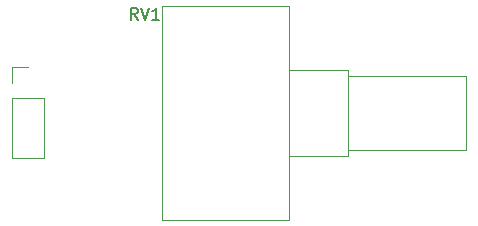
<source format=gbr>
%TF.GenerationSoftware,KiCad,Pcbnew,5.1.5-52549c5~86~ubuntu16.04.1*%
%TF.CreationDate,2020-11-12T16:56:08+05:30*%
%TF.ProjectId,Potentiometer Module V1.0,506f7465-6e74-4696-9f6d-65746572204d,V1.0*%
%TF.SameCoordinates,Original*%
%TF.FileFunction,Legend,Top*%
%TF.FilePolarity,Positive*%
%FSLAX46Y46*%
G04 Gerber Fmt 4.6, Leading zero omitted, Abs format (unit mm)*
G04 Created by KiCad (PCBNEW 5.1.5-52549c5~86~ubuntu16.04.1) date 2020-11-12 16:56:08*
%MOMM*%
%LPD*%
G04 APERTURE LIST*
%ADD10C,0.120000*%
%ADD11C,0.150000*%
G04 APERTURE END LIST*
D10*
%TO.C,RV1*%
X141897000Y-83085000D02*
X152637000Y-83085000D01*
X141897000Y-101225000D02*
X152637000Y-101225000D01*
X141897000Y-83085000D02*
X141897000Y-101225000D01*
X152637000Y-83085000D02*
X152637000Y-101225000D01*
X152637000Y-88535000D02*
X157637000Y-88535000D01*
X152637000Y-95775000D02*
X157637000Y-95775000D01*
X152637000Y-88535000D02*
X152637000Y-95775000D01*
X157637000Y-88535000D02*
X157637000Y-95775000D01*
X157637000Y-89035000D02*
X167637000Y-89035000D01*
X157637000Y-95276000D02*
X167637000Y-95276000D01*
X157637000Y-89035000D02*
X157637000Y-95276000D01*
X167637000Y-89035000D02*
X167637000Y-95276000D01*
%TO.C,J1*%
X129230404Y-88270000D02*
X130560404Y-88270000D01*
X129230404Y-89600000D02*
X129230404Y-88270000D01*
X129230404Y-90870000D02*
X131890404Y-90870000D01*
X131890404Y-90870000D02*
X131890404Y-96010000D01*
X129230404Y-90870000D02*
X129230404Y-96010000D01*
X129230404Y-96010000D02*
X131890404Y-96010000D01*
%TO.C,RV1*%
D11*
X139866761Y-84272380D02*
X139533428Y-83796190D01*
X139295333Y-84272380D02*
X139295333Y-83272380D01*
X139676285Y-83272380D01*
X139771523Y-83320000D01*
X139819142Y-83367619D01*
X139866761Y-83462857D01*
X139866761Y-83605714D01*
X139819142Y-83700952D01*
X139771523Y-83748571D01*
X139676285Y-83796190D01*
X139295333Y-83796190D01*
X140152476Y-83272380D02*
X140485809Y-84272380D01*
X140819142Y-83272380D01*
X141676285Y-84272380D02*
X141104857Y-84272380D01*
X141390571Y-84272380D02*
X141390571Y-83272380D01*
X141295333Y-83415238D01*
X141200095Y-83510476D01*
X141104857Y-83558095D01*
%TD*%
M02*

</source>
